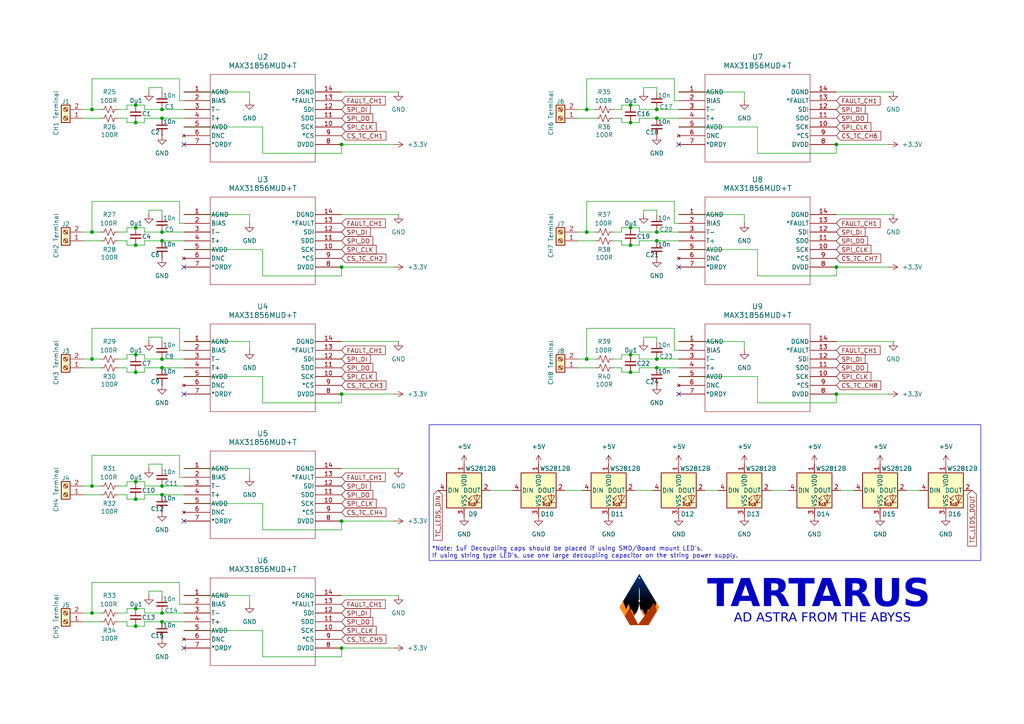
<source format=kicad_sch>
(kicad_sch (version 20231120) (generator "eeschema") (generator_version "8.0")
  (paper "A4")
  (lib_symbols
    (symbol "Connector:Screw_Terminal_01x02" (pin_names (offset 1.016) hide)
      (property "Reference" "J" (at 0 2.54 0))
      (property "Value" "Screw_Terminal_01x02" (at 0 -5.08 0))
      (symbol "Screw_Terminal_01x02_1_1"
        (pin passive line (at -5.08 0 0) (length 3.81) (name "Pin_1") (number "1"))
        (pin passive line (at -5.08 -2.54 0) (length 3.81) (name "Pin_2") (number "2"))
      )
    )
    (symbol "Device:C_Small" (pin_numbers hide) (pin_names (offset 0.254) hide)
      (property "Reference" "C" (at 0.254 1.778 0))
      (property "Value" "C_Small" (at 0.254 -2.032 0))
      (symbol "C_Small_1_1"
        (pin passive line (at 0 2.54 270) (length 2.032) (name "~") (number "1"))
        (pin passive line (at 0 -2.54 90) (length 2.032) (name "~") (number "2"))
      )
    )
    (symbol "Device:R_Small_US" (pin_numbers hide) (pin_names (offset 0.254) hide)
      (property "Reference" "R" (at 0.762 0.508 0))
      (property "Value" "R_Small_US" (at 0.762 -1.016 0))
      (symbol "R_Small_US_1_1"
        (pin passive line (at 0 2.54 270) (length 1.016) (name "~") (number "1"))
        (pin passive line (at 0 -2.54 90) (length 1.016) (name "~") (number "2"))
      )
    )
    (symbol "LED:WS2812B" (pin_names (offset 0.254))
      (property "Reference" "D" (at 5.08 5.715 0))
      (property "Value" "WS2812B" (at 1.27 -5.715 0))
      (symbol "WS2812B_0_0"
        (text "RGB" (at 2.286 -4.191 0) (effects (font (size 0.762 0.762))))
      )
      (symbol "WS2812B_1_1"
        (pin power_in line (at 0 7.62 270) (length 2.54) (name "VDD") (number "1"))
        (pin output line (at 7.62 0 180) (length 2.54) (name "DOUT") (number "2"))
        (pin power_in line (at 0 -7.62 90) (length 2.54) (name "VSS") (number "3"))
        (pin input line (at -7.62 0 0) (length 2.54) (name "DIN") (number "4"))
      )
    )
    (symbol "MAX31856:MAX31856MUD+T" (pin_names (offset 0.254))
      (property "Reference" "U" (at 22.86 10.16 0))
      (property "Value" "MAX31856MUD+T" (at 22.86 7.62 0))
      (symbol "MAX31856MUD+T_0_1"
        (pin power_out line (at 0 0 0) (length 7.62) (name "AGND") (number "1"))
        (pin unspecified line (at 45.72 -10.16 180) (length 7.62) (name "SCK") (number "10"))
        (pin unspecified line (at 45.72 -7.62 180) (length 7.62) (name "SDO") (number "11"))
        (pin unspecified line (at 45.72 -5.08 180) (length 7.62) (name "SDI") (number "12"))
        (pin unspecified line (at 45.72 -2.54 180) (length 7.62) (name "*FAULT") (number "13"))
        (pin power_out line (at 45.72 0 180) (length 7.62) (name "DGND") (number "14"))
        (pin unspecified line (at 0 -2.54 0) (length 7.62) (name "BIAS") (number "2"))
        (pin unspecified line (at 0 -5.08 0) (length 7.62) (name "T-") (number "3"))
        (pin unspecified line (at 0 -7.62 0) (length 7.62) (name "T+") (number "4"))
        (pin power_in line (at 0 -10.16 0) (length 7.62) (name "AVDD") (number "5"))
        (pin no_connect line (at 0 -12.7 0) (length 7.62) (name "DNC") (number "6"))
        (pin unspecified line (at 0 -15.24 0) (length 7.62) (name "*DRDY") (number "7"))
        (pin power_in line (at 45.72 -15.24 180) (length 7.62) (name "DVDD") (number "8"))
        (pin unspecified line (at 45.72 -12.7 180) (length 7.62) (name "*CS") (number "9"))
      )
    )
    (symbol "power:+3.3V" (power) (pin_numbers hide) (pin_names (offset 0) hide)
      (property "Value" "+3.3V" (at 0 3.556 0))
      (symbol "+3.3V_1_1"
        (pin power_in line (at 0 0 90) (length 0) (name "~") (number "1"))
      )
    )
    (symbol "power:+5V" (power) (pin_numbers hide) (pin_names (offset 0) hide)
      (property "Value" "+5V" (at 0 3.556 0))
      (symbol "+5V_1_1"
        (pin power_in line (at 0 0 90) (length 0) (name "~") (number "1"))
      )
    )
    (symbol "power:GND" (power) (pin_numbers hide) (pin_names (offset 0) hide)
      (property "Value" "GND" (at 0 -3.81 0))
      (symbol "GND_1_1"
        (pin power_in line (at 0 0 270) (length 0) (name "~") (number "1"))
      )
    )
  )
  (junction (at 46.99 69.85))
  (junction (at 39.37 30.48))
  (junction (at 190.5 31.75))
  (junction (at 39.37 71.12))
  (junction (at 182.88 71.12))
  (junction (at 190.5 104.14))
  (junction (at 190.5 67.31))
  (junction (at 242.57 77.47))
  (junction (at 39.37 66.04))
  (junction (at 46.99 104.14))
  (junction (at 190.5 69.85))
  (junction (at 190.5 106.68))
  (junction (at 190.5 34.29))
  (junction (at 170.18 67.31))
  (junction (at 46.99 34.29))
  (junction (at 99.06 187.96))
  (junction (at 39.37 102.87))
  (junction (at 26.67 31.75))
  (junction (at 39.37 35.56))
  (junction (at 182.88 102.87))
  (junction (at 39.37 107.95))
  (junction (at 46.99 67.31))
  (junction (at 39.37 144.78))
  (junction (at 170.18 31.75))
  (junction (at 99.06 151.13))
  (junction (at 26.67 140.97))
  (junction (at 99.06 41.91))
  (junction (at 46.99 180.34))
  (junction (at 46.99 177.8))
  (junction (at 182.88 107.95))
  (junction (at 39.37 139.7))
  (junction (at 242.57 114.3))
  (junction (at 182.88 35.56))
  (junction (at 46.99 106.68))
  (junction (at 26.67 177.8))
  (junction (at 39.37 181.61))
  (junction (at 99.06 114.3))
  (junction (at 26.67 104.14))
  (junction (at 39.37 176.53))
  (junction (at 170.18 104.14))
  (junction (at 182.88 66.04))
  (junction (at 46.99 140.97))
  (junction (at 99.06 77.47))
  (junction (at 46.99 143.51))
  (junction (at 46.99 31.75))
  (junction (at 242.57 41.91))
  (junction (at 26.67 67.31))
  (junction (at 182.88 30.48))
  (no_connect (at 53.34 114.3))
  (no_connect (at 196.85 114.3))
  (no_connect (at 53.34 77.47))
  (no_connect (at 53.34 41.91))
  (no_connect (at 53.34 187.96))
  (no_connect (at 53.34 151.13))
  (no_connect (at 196.85 41.91))
  (no_connect (at 196.85 77.47))
  (wire (pts (xy 36.83 181.61) (xy 39.37 181.61)))
  (wire (pts (xy 186.69 60.96) (xy 186.69 62.23)))
  (wire (pts (xy 180.34 106.68) (xy 180.34 107.95)))
  (wire (pts (xy 46.99 60.96) (xy 43.18 60.96)))
  (wire (pts (xy 190.5 69.85) (xy 196.85 69.85)))
  (wire (pts (xy 41.91 106.68) (xy 46.99 106.68)))
  (wire (pts (xy 177.8 34.29) (xy 180.34 34.29)))
  (wire (pts (xy 170.18 58.42) (xy 170.18 67.31)))
  (wire (pts (xy 170.18 31.75) (xy 167.64 31.75)))
  (wire (pts (xy 29.21 180.34) (xy 24.13 180.34)))
  (wire (pts (xy 39.37 181.61) (xy 41.91 181.61)))
  (wire (pts (xy 177.8 104.14) (xy 180.34 104.14)))
  (wire (pts (xy 46.99 69.85) (xy 53.34 69.85)))
  (wire (pts (xy 52.07 175.26) (xy 52.07 168.91)))
  (wire (pts (xy 39.37 71.12) (xy 41.91 71.12)))
  (wire (pts (xy 72.39 172.72) (xy 72.39 175.26)))
  (wire (pts (xy 41.91 102.87) (xy 41.91 104.14)))
  (wire (pts (xy 76.2 80.01) (xy 99.06 80.01)))
  (wire (pts (xy 180.34 69.85) (xy 180.34 71.12)))
  (wire (pts (xy 39.37 102.87) (xy 41.91 102.87)))
  (wire (pts (xy 196.85 29.21) (xy 195.58 29.21)))
  (wire (pts (xy 219.71 72.39) (xy 219.71 80.01)))
  (wire (pts (xy 34.29 34.29) (xy 36.83 34.29)))
  (wire (pts (xy 29.21 177.8) (xy 26.67 177.8)))
  (wire (pts (xy 26.67 177.8) (xy 24.13 177.8)))
  (wire (pts (xy 99.06 153.67) (xy 99.06 151.13)))
  (wire (pts (xy 36.83 177.8) (xy 36.83 176.53)))
  (wire (pts (xy 99.06 77.47) (xy 114.3 77.47)))
  (wire (pts (xy 76.2 109.22) (xy 76.2 116.84)))
  (wire (pts (xy 43.18 60.96) (xy 43.18 62.23)))
  (wire (pts (xy 41.91 139.7) (xy 41.91 140.97)))
  (wire (pts (xy 53.34 99.06) (xy 72.39 99.06)))
  (wire (pts (xy 46.99 104.14) (xy 53.34 104.14)))
  (wire (pts (xy 242.57 77.47) (xy 257.81 77.47)))
  (wire (pts (xy 52.07 168.91) (xy 26.67 168.91)))
  (wire (pts (xy 180.34 34.29) (xy 180.34 35.56)))
  (wire (pts (xy 36.83 69.85) (xy 36.83 71.12)))
  (wire (pts (xy 196.85 109.22) (xy 219.71 109.22)))
  (wire (pts (xy 36.83 143.51) (xy 36.83 144.78)))
  (wire (pts (xy 29.21 34.29) (xy 24.13 34.29)))
  (wire (pts (xy 26.67 31.75) (xy 24.13 31.75)))
  (wire (pts (xy 99.06 99.06) (xy 115.57 99.06)))
  (wire (pts (xy 46.99 135.89) (xy 46.99 134.62)))
  (wire (pts (xy 99.06 116.84) (xy 99.06 114.3)))
  (wire (pts (xy 41.91 71.12) (xy 41.91 69.85)))
  (wire (pts (xy 36.83 139.7) (xy 39.37 139.7)))
  (wire (pts (xy 99.06 80.01) (xy 99.06 77.47)))
  (wire (pts (xy 190.5 67.31) (xy 196.85 67.31)))
  (wire (pts (xy 76.2 153.67) (xy 99.06 153.67)))
  (wire (pts (xy 36.83 176.53) (xy 39.37 176.53)))
  (wire (pts (xy 41.91 177.8) (xy 46.99 177.8)))
  (wire (pts (xy 52.07 58.42) (xy 26.67 58.42)))
  (wire (pts (xy 76.2 72.39) (xy 76.2 80.01)))
  (wire (pts (xy 180.34 30.48) (xy 182.88 30.48)))
  (wire (pts (xy 204.47 142.24) (xy 208.28 142.24)))
  (wire (pts (xy 219.71 109.22) (xy 219.71 116.84)))
  (wire (pts (xy 41.91 104.14) (xy 46.99 104.14)))
  (wire (pts (xy 36.83 140.97) (xy 36.83 139.7)))
  (wire (pts (xy 190.5 62.23) (xy 190.5 60.96)))
  (wire (pts (xy 72.39 62.23) (xy 72.39 64.77)))
  (wire (pts (xy 39.37 35.56) (xy 41.91 35.56)))
  (wire (pts (xy 76.2 44.45) (xy 99.06 44.45)))
  (wire (pts (xy 190.5 26.67) (xy 190.5 25.4)))
  (wire (pts (xy 243.84 142.24) (xy 247.65 142.24)))
  (wire (pts (xy 196.85 26.67) (xy 215.9 26.67)))
  (wire (pts (xy 242.57 114.3) (xy 257.81 114.3)))
  (wire (pts (xy 99.06 41.91) (xy 114.3 41.91)))
  (wire (pts (xy 53.34 175.26) (xy 52.07 175.26)))
  (wire (pts (xy 53.34 146.05) (xy 76.2 146.05)))
  (wire (pts (xy 172.72 34.29) (xy 167.64 34.29)))
  (wire (pts (xy 72.39 26.67) (xy 72.39 29.21)))
  (wire (pts (xy 41.91 30.48) (xy 41.91 31.75)))
  (wire (pts (xy 36.83 67.31) (xy 36.83 66.04)))
  (wire (pts (xy 219.71 36.83) (xy 219.71 44.45)))
  (wire (pts (xy 242.57 116.84) (xy 242.57 114.3)))
  (wire (pts (xy 182.88 71.12) (xy 185.42 71.12)))
  (wire (pts (xy 170.18 95.25) (xy 170.18 104.14)))
  (wire (pts (xy 196.85 101.6) (xy 195.58 101.6)))
  (wire (pts (xy 182.88 30.48) (xy 185.42 30.48)))
  (wire (pts (xy 185.42 102.87) (xy 185.42 104.14)))
  (wire (pts (xy 36.83 144.78) (xy 39.37 144.78)))
  (wire (pts (xy 41.91 181.61) (xy 41.91 180.34)))
  (wire (pts (xy 46.99 143.51) (xy 53.34 143.51)))
  (wire (pts (xy 53.34 29.21) (xy 52.07 29.21)))
  (wire (pts (xy 170.18 22.86) (xy 170.18 31.75)))
  (wire (pts (xy 52.07 64.77) (xy 52.07 58.42)))
  (wire (pts (xy 53.34 26.67) (xy 72.39 26.67)))
  (wire (pts (xy 26.67 104.14) (xy 24.13 104.14)))
  (wire (pts (xy 215.9 99.06) (xy 215.9 101.6)))
  (wire (pts (xy 190.5 99.06) (xy 190.5 97.79)))
  (wire (pts (xy 39.37 176.53) (xy 41.91 176.53)))
  (wire (pts (xy 172.72 106.68) (xy 167.64 106.68)))
  (wire (pts (xy 29.21 104.14) (xy 26.67 104.14)))
  (wire (pts (xy 170.18 67.31) (xy 167.64 67.31)))
  (wire (pts (xy 36.83 104.14) (xy 36.83 102.87)))
  (wire (pts (xy 180.34 31.75) (xy 180.34 30.48)))
  (wire (pts (xy 185.42 35.56) (xy 185.42 34.29)))
  (wire (pts (xy 180.34 66.04) (xy 182.88 66.04)))
  (wire (pts (xy 34.29 31.75) (xy 36.83 31.75)))
  (wire (pts (xy 172.72 31.75) (xy 170.18 31.75)))
  (wire (pts (xy 41.91 66.04) (xy 41.91 67.31)))
  (wire (pts (xy 99.06 190.5) (xy 99.06 187.96)))
  (wire (pts (xy 185.42 107.95) (xy 185.42 106.68)))
  (wire (pts (xy 46.99 99.06) (xy 46.99 97.79)))
  (wire (pts (xy 46.99 140.97) (xy 53.34 140.97)))
  (wire (pts (xy 34.29 140.97) (xy 36.83 140.97)))
  (wire (pts (xy 41.91 143.51) (xy 46.99 143.51)))
  (wire (pts (xy 36.83 35.56) (xy 39.37 35.56)))
  (wire (pts (xy 26.67 168.91) (xy 26.67 177.8)))
  (wire (pts (xy 215.9 26.67) (xy 215.9 29.21)))
  (wire (pts (xy 180.34 102.87) (xy 182.88 102.87)))
  (wire (pts (xy 172.72 67.31) (xy 170.18 67.31)))
  (wire (pts (xy 195.58 58.42) (xy 170.18 58.42)))
  (wire (pts (xy 46.99 97.79) (xy 43.18 97.79)))
  (wire (pts (xy 99.06 62.23) (xy 115.57 62.23)))
  (wire (pts (xy 53.34 72.39) (xy 76.2 72.39)))
  (wire (pts (xy 190.5 106.68) (xy 196.85 106.68)))
  (wire (pts (xy 76.2 146.05) (xy 76.2 153.67)))
  (wire (pts (xy 41.91 176.53) (xy 41.91 177.8)))
  (wire (pts (xy 36.83 30.48) (xy 39.37 30.48)))
  (wire (pts (xy 99.06 114.3) (xy 114.3 114.3)))
  (wire (pts (xy 29.21 31.75) (xy 26.67 31.75)))
  (wire (pts (xy 184.15 142.24) (xy 189.23 142.24)))
  (wire (pts (xy 72.39 99.06) (xy 72.39 101.6)))
  (wire (pts (xy 177.8 106.68) (xy 180.34 106.68)))
  (wire (pts (xy 29.21 143.51) (xy 24.13 143.51)))
  (wire (pts (xy 185.42 67.31) (xy 190.5 67.31)))
  (wire (pts (xy 41.91 35.56) (xy 41.91 34.29)))
  (wire (pts (xy 242.57 26.67) (xy 259.08 26.67)))
  (wire (pts (xy 99.06 151.13) (xy 114.3 151.13)))
  (wire (pts (xy 34.29 67.31) (xy 36.83 67.31)))
  (wire (pts (xy 41.91 69.85) (xy 46.99 69.85)))
  (wire (pts (xy 52.07 22.86) (xy 26.67 22.86)))
  (wire (pts (xy 26.67 67.31) (xy 24.13 67.31)))
  (wire (pts (xy 196.85 36.83) (xy 219.71 36.83)))
  (wire (pts (xy 41.91 31.75) (xy 46.99 31.75)))
  (wire (pts (xy 52.07 138.43) (xy 52.07 132.08)))
  (wire (pts (xy 223.52 142.24) (xy 228.6 142.24)))
  (wire (pts (xy 53.34 135.89) (xy 72.39 135.89)))
  (wire (pts (xy 29.21 140.97) (xy 26.67 140.97)))
  (wire (pts (xy 39.37 144.78) (xy 41.91 144.78)))
  (wire (pts (xy 26.67 22.86) (xy 26.67 31.75)))
  (wire (pts (xy 53.34 109.22) (xy 76.2 109.22)))
  (wire (pts (xy 34.29 180.34) (xy 36.83 180.34)))
  (wire (pts (xy 76.2 36.83) (xy 76.2 44.45)))
  (wire (pts (xy 242.57 99.06) (xy 259.08 99.06)))
  (wire (pts (xy 52.07 101.6) (xy 52.07 95.25)))
  (wire (pts (xy 26.67 58.42) (xy 26.67 67.31)))
  (wire (pts (xy 182.88 35.56) (xy 185.42 35.56)))
  (wire (pts (xy 195.58 101.6) (xy 195.58 95.25)))
  (wire (pts (xy 196.85 99.06) (xy 215.9 99.06)))
  (wire (pts (xy 182.88 66.04) (xy 185.42 66.04)))
  (wire (pts (xy 262.89 142.24) (xy 266.7 142.24)))
  (wire (pts (xy 36.83 107.95) (xy 39.37 107.95)))
  (wire (pts (xy 72.39 135.89) (xy 72.39 138.43)))
  (wire (pts (xy 172.72 104.14) (xy 170.18 104.14)))
  (wire (pts (xy 180.34 71.12) (xy 182.88 71.12)))
  (wire (pts (xy 196.85 72.39) (xy 219.71 72.39)))
  (wire (pts (xy 26.67 95.25) (xy 26.67 104.14)))
  (wire (pts (xy 43.18 134.62) (xy 43.18 135.89)))
  (wire (pts (xy 53.34 62.23) (xy 72.39 62.23)))
  (wire (pts (xy 76.2 190.5) (xy 99.06 190.5)))
  (wire (pts (xy 39.37 66.04) (xy 41.91 66.04)))
  (wire (pts (xy 39.37 30.48) (xy 41.91 30.48)))
  (wire (pts (xy 41.91 67.31) (xy 46.99 67.31)))
  (wire (pts (xy 190.5 31.75) (xy 196.85 31.75)))
  (wire (pts (xy 46.99 62.23) (xy 46.99 60.96)))
  (wire (pts (xy 182.88 107.95) (xy 185.42 107.95)))
  (wire (pts (xy 41.91 107.95) (xy 41.91 106.68)))
  (wire (pts (xy 43.18 171.45) (xy 43.18 172.72)))
  (wire (pts (xy 190.5 25.4) (xy 186.69 25.4)))
  (wire (pts (xy 46.99 134.62) (xy 43.18 134.62)))
  (wire (pts (xy 196.85 64.77) (xy 195.58 64.77)))
  (wire (pts (xy 34.29 104.14) (xy 36.83 104.14)))
  (wire (pts (xy 36.83 34.29) (xy 36.83 35.56)))
  (wire (pts (xy 242.57 44.45) (xy 242.57 41.91)))
  (wire (pts (xy 195.58 95.25) (xy 170.18 95.25)))
  (wire (pts (xy 99.06 187.96) (xy 114.3 187.96)))
  (wire (pts (xy 52.07 29.21) (xy 52.07 22.86)))
  (wire (pts (xy 46.99 171.45) (xy 43.18 171.45)))
  (wire (pts (xy 99.06 172.72) (xy 115.57 172.72)))
  (wire (pts (xy 46.99 25.4) (xy 43.18 25.4)))
  (wire (pts (xy 219.71 44.45) (xy 242.57 44.45)))
  (wire (pts (xy 185.42 66.04) (xy 185.42 67.31)))
  (wire (pts (xy 185.42 34.29) (xy 190.5 34.29)))
  (wire (pts (xy 53.34 64.77) (xy 52.07 64.77)))
  (wire (pts (xy 36.83 180.34) (xy 36.83 181.61)))
  (wire (pts (xy 99.06 26.67) (xy 115.57 26.67)))
  (wire (pts (xy 185.42 106.68) (xy 190.5 106.68)))
  (wire (pts (xy 185.42 30.48) (xy 185.42 31.75)))
  (wire (pts (xy 242.57 80.01) (xy 242.57 77.47)))
  (wire (pts (xy 53.34 138.43) (xy 52.07 138.43)))
  (wire (pts (xy 41.91 180.34) (xy 46.99 180.34)))
  (wire (pts (xy 53.34 36.83) (xy 76.2 36.83)))
  (wire (pts (xy 163.83 142.24) (xy 168.91 142.24)))
  (wire (pts (xy 196.85 62.23) (xy 215.9 62.23)))
  (wire (pts (xy 26.67 132.08) (xy 26.67 140.97)))
  (wire (pts (xy 195.58 29.21) (xy 195.58 22.86)))
  (wire (pts (xy 41.91 140.97) (xy 46.99 140.97)))
  (wire (pts (xy 26.67 140.97) (xy 24.13 140.97)))
  (wire (pts (xy 142.24 142.24) (xy 148.59 142.24)))
  (wire (pts (xy 190.5 97.79) (xy 186.69 97.79)))
  (wire (pts (xy 177.8 69.85) (xy 180.34 69.85)))
  (wire (pts (xy 43.18 97.79) (xy 43.18 99.06)))
  (wire (pts (xy 190.5 60.96) (xy 186.69 60.96)))
  (wire (pts (xy 76.2 182.88) (xy 76.2 190.5)))
  (wire (pts (xy 182.88 102.87) (xy 185.42 102.87)))
  (wire (pts (xy 46.99 177.8) (xy 53.34 177.8)))
  (wire (pts (xy 52.07 132.08) (xy 26.67 132.08)))
  (wire (pts (xy 46.99 106.68) (xy 53.34 106.68)))
  (wire (pts (xy 43.18 25.4) (xy 43.18 26.67)))
  (wire (pts (xy 41.91 144.78) (xy 41.91 143.51)))
  (wire (pts (xy 29.21 67.31) (xy 26.67 67.31)))
  (wire (pts (xy 36.83 31.75) (xy 36.83 30.48)))
  (wire (pts (xy 195.58 22.86) (xy 170.18 22.86)))
  (wire (pts (xy 180.34 107.95) (xy 182.88 107.95)))
  (wire (pts (xy 39.37 139.7) (xy 41.91 139.7)))
  (wire (pts (xy 46.99 180.34) (xy 53.34 180.34)))
  (wire (pts (xy 46.99 26.67) (xy 46.99 25.4)))
  (wire (pts (xy 185.42 71.12) (xy 185.42 69.85)))
  (wire (pts (xy 52.07 95.25) (xy 26.67 95.25)))
  (wire (pts (xy 46.99 31.75) (xy 53.34 31.75)))
  (wire (pts (xy 34.29 177.8) (xy 36.83 177.8)))
  (wire (pts (xy 190.5 104.14) (xy 196.85 104.14)))
  (wire (pts (xy 53.34 182.88) (xy 76.2 182.88)))
  (wire (pts (xy 170.18 104.14) (xy 167.64 104.14)))
  (wire (pts (xy 34.29 69.85) (xy 36.83 69.85)))
  (wire (pts (xy 29.21 69.85) (xy 24.13 69.85)))
  (wire (pts (xy 99.06 135.89) (xy 115.57 135.89)))
  (wire (pts (xy 76.2 116.84) (xy 99.06 116.84)))
  (wire (pts (xy 219.71 80.01) (xy 242.57 80.01)))
  (wire (pts (xy 172.72 69.85) (xy 167.64 69.85)))
  (wire (pts (xy 186.69 97.79) (xy 186.69 99.06)))
  (wire (pts (xy 190.5 34.29) (xy 196.85 34.29)))
  (wire (pts (xy 53.34 101.6) (xy 52.07 101.6)))
  (wire (pts (xy 180.34 67.31) (xy 180.34 66.04)))
  (wire (pts (xy 36.83 102.87) (xy 39.37 102.87)))
  (wire (pts (xy 185.42 31.75) (xy 190.5 31.75)))
  (wire (pts (xy 180.34 35.56) (xy 182.88 35.56)))
  (wire (pts (xy 36.83 71.12) (xy 39.37 71.12)))
  (wire (pts (xy 195.58 64.77) (xy 195.58 58.42)))
  (wire (pts (xy 242.57 62.23) (xy 259.08 62.23)))
  (wire (pts (xy 53.34 172.72) (xy 72.39 172.72)))
  (wire (pts (xy 46.99 172.72) (xy 46.99 171.45)))
  (wire (pts (xy 36.83 66.04) (xy 39.37 66.04)))
  (wire (pts (xy 36.83 106.68) (xy 36.83 107.95)))
  (wire (pts (xy 215.9 62.23) (xy 215.9 64.77)))
  (wire (pts (xy 180.34 104.14) (xy 180.34 102.87)))
  (wire (pts (xy 99.06 44.45) (xy 99.06 41.91)))
  (wire (pts (xy 186.69 25.4) (xy 186.69 26.67)))
  (wire (pts (xy 29.21 106.68) (xy 24.13 106.68)))
  (wire (pts (xy 46.99 67.31) (xy 53.34 67.31)))
  (wire (pts (xy 41.91 34.29) (xy 46.99 34.29)))
  (wire (pts (xy 34.29 143.51) (xy 36.83 143.51)))
  (wire (pts (xy 185.42 104.14) (xy 190.5 104.14)))
  (wire (pts (xy 34.29 106.68) (xy 36.83 106.68)))
  (wire (pts (xy 39.37 107.95) (xy 41.91 107.95)))
  (wire (pts (xy 46.99 34.29) (xy 53.34 34.29)))
  (wire (pts (xy 242.57 41.91) (xy 257.81 41.91)))
  (wire (pts (xy 185.42 69.85) (xy 190.5 69.85)))
  (wire (pts (xy 177.8 67.31) (xy 180.34 67.31)))
  (wire (pts (xy 219.71 116.84) (xy 242.57 116.84)))
  (wire (pts (xy 177.8 31.75) (xy 180.34 31.75)))
  (rectangle (start 124.46 123.19) (end 284.48 162.56))
  (image (at 185.42 175.26) (scale 0.0421478))
  (text "TARTARUS" (at 237.49 174.752 0) (effects (font (size 8 8) (thickness 1.6) (bold yes))))
  (text "AD ASTRA FROM THE ABYSS" (at 238.506 180.086 0) (effects (font (size 2.6 2.6))))
  (text "*Note: 1uF Decoupling caps should be placed if using SMD/Board mount LED's. \nIf using string type LED's, use one large decoupling capacitor on the string power supply." (at 125.222 160.274 0) (effects (font (size 1.27 1.27)) (justify left)))
  (global_label "FAULT_CH1" (shape input) (at 99.06 64.77 0) (property "Intersheetrefs" "${INTERSHEET_REFS}" (effects (hide yes))))
  (global_label "CS_TC_CH3" (shape input) (at 99.06 111.76 0) (property "Intersheetrefs" "${INTERSHEET_REFS}" (effects (hide yes))))
  (global_label "SPI_CLK" (shape input) (at 99.06 182.88 0) (property "Intersheetrefs" "${INTERSHEET_REFS}" (effects (hide yes))))
  (global_label "FAULT_CH1" (shape input) (at 99.06 101.6 0) (property "Intersheetrefs" "${INTERSHEET_REFS}" (effects (hide yes))))
  (global_label "SPI_DO" (shape input) (at 99.06 106.68 0) (property "Intersheetrefs" "${INTERSHEET_REFS}" (effects (hide yes))))
  (global_label "SPI_CLK" (shape input) (at 99.06 146.05 0) (property "Intersheetrefs" "${INTERSHEET_REFS}" (effects (hide yes))))
  (global_label "SPI_DI" (shape input) (at 99.06 177.8 0) (property "Intersheetrefs" "${INTERSHEET_REFS}" (effects (hide yes))))
  (global_label "SPI_DO" (shape input) (at 242.57 34.29 0) (property "Intersheetrefs" "${INTERSHEET_REFS}" (effects (hide yes))))
  (global_label "CS_TC_CH6" (shape input) (at 242.57 39.37 0) (property "Intersheetrefs" "${INTERSHEET_REFS}" (effects (hide yes))))
  (global_label "FAULT_CH1" (shape input) (at 99.06 138.43 0) (property "Intersheetrefs" "${INTERSHEET_REFS}" (effects (hide yes))))
  (global_label "SPI_DI" (shape input) (at 242.57 31.75 0) (property "Intersheetrefs" "${INTERSHEET_REFS}" (effects (hide yes))))
  (global_label "FAULT_CH1" (shape input) (at 99.06 29.21 0) (property "Intersheetrefs" "${INTERSHEET_REFS}" (effects (hide yes))))
  (global_label "CS_TC_CH2" (shape input) (at 99.06 74.93 0) (property "Intersheetrefs" "${INTERSHEET_REFS}" (effects (hide yes))))
  (global_label "FAULT_CH1" (shape input) (at 242.57 64.77 0) (property "Intersheetrefs" "${INTERSHEET_REFS}" (effects (hide yes))))
  (global_label "SPI_DI" (shape input) (at 99.06 140.97 0) (property "Intersheetrefs" "${INTERSHEET_REFS}" (effects (hide yes))))
  (global_label "CS_TC_CH5" (shape input) (at 99.06 185.42 0) (property "Intersheetrefs" "${INTERSHEET_REFS}" (effects (hide yes))))
  (global_label "TC_LEDS_DOUT" (shape input) (at 281.94 142.24 270) (property "Intersheetrefs" "${INTERSHEET_REFS}" (effects (hide yes))))
  (global_label "CS_TC_CH4" (shape input) (at 99.06 148.59 0) (property "Intersheetrefs" "${INTERSHEET_REFS}" (effects (hide yes))))
  (global_label "FAULT_CH1" (shape input) (at 242.57 29.21 0) (property "Intersheetrefs" "${INTERSHEET_REFS}" (effects (hide yes))))
  (global_label "SPI_CLK" (shape input) (at 242.57 36.83 0) (property "Intersheetrefs" "${INTERSHEET_REFS}" (effects (hide yes))))
  (global_label "SPI_CLK" (shape input) (at 99.06 72.39 0) (property "Intersheetrefs" "${INTERSHEET_REFS}" (effects (hide yes))))
  (global_label "SPI_DO" (shape input) (at 99.06 143.51 0) (property "Intersheetrefs" "${INTERSHEET_REFS}" (effects (hide yes))))
  (global_label "SPI_DO" (shape input) (at 242.57 106.68 0) (property "Intersheetrefs" "${INTERSHEET_REFS}" (effects (hide yes))))
  (global_label "SPI_CLK" (shape input) (at 242.57 72.39 0) (property "Intersheetrefs" "${INTERSHEET_REFS}" (effects (hide yes))))
  (global_label "TC_LEDS_DIN" (shape input) (at 127 142.24 270) (property "Intersheetrefs" "${INTERSHEET_REFS}" (effects (hide yes))))
  (global_label "SPI_DI" (shape input) (at 99.06 31.75 0) (property "Intersheetrefs" "${INTERSHEET_REFS}" (effects (hide yes))))
  (global_label "SPI_DO" (shape input) (at 99.06 180.34 0) (property "Intersheetrefs" "${INTERSHEET_REFS}" (effects (hide yes))))
  (global_label "SPI_DI" (shape input) (at 242.57 67.31 0) (property "Intersheetrefs" "${INTERSHEET_REFS}" (effects (hide yes))))
  (global_label "SPI_DI" (shape input) (at 99.06 104.14 0) (property "Intersheetrefs" "${INTERSHEET_REFS}" (effects (hide yes))))
  (global_label "CS_TC_CH7" (shape input) (at 242.57 74.93 0) (property "Intersheetrefs" "${INTERSHEET_REFS}" (effects (hide yes))))
  (global_label "CS_TC_CH1" (shape input) (at 99.06 39.37 0) (property "Intersheetrefs" "${INTERSHEET_REFS}" (effects (hide yes))))
  (global_label "SPI_CLK" (shape input) (at 99.06 109.22 0) (property "Intersheetrefs" "${INTERSHEET_REFS}" (effects (hide yes))))
  (global_label "SPI_DO" (shape input) (at 99.06 69.85 0) (property "Intersheetrefs" "${INTERSHEET_REFS}" (effects (hide yes))))
  (global_label "SPI_CLK" (shape input) (at 99.06 36.83 0) (property "Intersheetrefs" "${INTERSHEET_REFS}" (effects (hide yes))))
  (global_label "CS_TC_CH8" (shape input) (at 242.57 111.76 0) (property "Intersheetrefs" "${INTERSHEET_REFS}" (effects (hide yes))))
  (global_label "SPI_DI" (shape input) (at 99.06 67.31 0) (property "Intersheetrefs" "${INTERSHEET_REFS}" (effects (hide yes))))
  (global_label "SPI_CLK" (shape input) (at 242.57 109.22 0) (property "Intersheetrefs" "${INTERSHEET_REFS}" (effects (hide yes))))
  (global_label "FAULT_CH1" (shape input) (at 99.06 175.26 0) (property "Intersheetrefs" "${INTERSHEET_REFS}" (effects (hide yes))))
  (global_label "SPI_DO" (shape input) (at 242.57 69.85 0) (property "Intersheetrefs" "${INTERSHEET_REFS}" (effects (hide yes))))
  (global_label "SPI_DO" (shape input) (at 99.06 34.29 0) (property "Intersheetrefs" "${INTERSHEET_REFS}" (effects (hide yes))))
  (global_label "FAULT_CH1" (shape input) (at 242.57 101.6 0) (property "Intersheetrefs" "${INTERSHEET_REFS}" (effects (hide yes))))
  (global_label "SPI_DI" (shape input) (at 242.57 104.14 0) (property "Intersheetrefs" "${INTERSHEET_REFS}" (effects (hide yes))))
  (symbol (lib_id "Device:C_Small") (at 46.99 146.05 0) (unit 1)
    (property "Reference" "C12" (at 43.688 147.574 0) (effects (justify left)))
    (property "Value" "10n" (at 47.244 144.526 0) (effects (justify left)))
    (property "Description" "Unpolarized capacitor, small symbol" (effects (hide yes)))
  )
  (symbol (lib_id "Device:C_Small") (at 46.99 29.21 0) (unit 1)
    (property "Reference" "C3" (at 47.752 30.988 0) (effects (justify left)))
    (property "Value" "10n" (at 47.244 27.686 0) (effects (justify left)))
    (property "Description" "Unpolarized capacitor, small symbol" (effects (hide yes)))
  )
  (symbol (lib_id "power:+3.3V") (at 114.3 187.96 270) (unit 1)
    (property "Reference" "#PWR056" (effects (hide yes)))
    (property "Value" "+3.3V" (at 118.11 187.9599 90) (effects (justify left)))
    (property "Description" "Power symbol creates a global label with name \"+3.3V\"" (effects (hide yes)))
  )
  (symbol (lib_id "MAX31856:MAX31856MUD+T") (at 53.34 62.23 0) (unit 1)
    (property "Reference" "U3" (at 76.2 52.07 0) (effects (font (size 1.524 1.524))))
    (property "Value" "MAX31856MUD+T" (at 76.2 54.61 0) (effects (font (size 1.524 1.524))))
    (property "Footprint" "21-0066J_14_MXM" (effects (hide yes)))
    (property "Datasheet" "MAX31856MUD+T" (effects (hide yes)))
  )
  (symbol (lib_id "Device:C_Small") (at 46.99 36.83 0) (unit 1)
    (property "Reference" "C2" (at 43.688 38.354 0) (effects (justify left)))
    (property "Value" "10n" (at 47.244 35.306 0) (effects (justify left)))
    (property "Description" "Unpolarized capacitor, small symbol" (effects (hide yes)))
  )
  (symbol (lib_id "power:GND") (at 215.9 64.77 0) (unit 1)
    (property "Reference" "#PWR065" (effects (hide yes)))
    (property "Value" "GND" (at 215.9 69.85 0))
    (property "Description" "Power symbol creates a global label with name \"GND\" , ground" (effects (hide yes)))
  )
  (symbol (lib_id "power:GND") (at 215.9 29.21 0) (unit 1)
    (property "Reference" "#PWR060" (effects (hide yes)))
    (property "Value" "GND" (at 215.9 34.29 0))
    (property "Description" "Power symbol creates a global label with name \"GND\" , ground" (effects (hide yes)))
  )
  (symbol (lib_id "power:GND") (at 46.99 39.37 0) (unit 1)
    (property "Reference" "#PWR033" (effects (hide yes)))
    (property "Value" "GND" (at 46.99 44.45 0))
    (property "Description" "Power symbol creates a global label with name \"GND\" , ground" (effects (hide yes)))
  )
  (symbol (lib_id "LED:WS2812B") (at 176.53 142.24 0) (unit 1)
    (property "Reference" "D11" (at 179.07 149.098 0))
    (property "Value" "WS2812B" (at 181.356 135.89 0))
    (property "Footprint" "LED_SMD:LED_WS2812B_PLCC4_5.0x5.0mm_P3.2mm" (effects (hide yes)))
    (property "Datasheet" "https://cdn-shop.adafruit.com/datasheets/WS2812B.pdf" (effects (hide yes)))
    (property "Description" "RGB LED with integrated controller" (effects (hide yes)))
  )
  (symbol (lib_id "power:+5V") (at 236.22 134.62 0) (unit 1)
    (property "Reference" "#PWR083" (effects (hide yes)))
    (property "Value" "+5V" (at 236.22 129.54 0))
    (property "Description" "Power symbol creates a global label with name \"+5V\"" (effects (hide yes)))
  )
  (symbol (lib_id "power:+3.3V") (at 114.3 114.3 270) (unit 1)
    (property "Reference" "#PWR046" (effects (hide yes)))
    (property "Value" "+3.3V" (at 118.11 114.2999 90) (effects (justify left)))
    (property "Description" "Power symbol creates a global label with name \"+3.3V\"" (effects (hide yes)))
  )
  (symbol (lib_id "power:+5V") (at 134.62 134.62 0) (unit 1)
    (property "Reference" "#PWR073" (effects (hide yes)))
    (property "Value" "+5V" (at 134.62 129.54 0))
    (property "Description" "Power symbol creates a global label with name \"+5V\"" (effects (hide yes)))
  )
  (symbol (lib_id "Connector:Screw_Terminal_01x02") (at 19.05 143.51 180) (unit 1)
    (property "Reference" "J4" (at 19.05 138.684 0))
    (property "Value" "CH4 Terminal" (at 16.256 141.986 90))
    (property "Description" "Generic screw terminal, single row, 01x02, script generated (kicad-library-utils/schlib/autogen/connector/)" (effects (hide yes)))
  )
  (symbol (lib_id "Device:C_Small") (at 190.5 36.83 0) (unit 1)
    (property "Reference" "C18" (at 187.198 38.354 0) (effects (justify left)))
    (property "Value" "10n" (at 190.754 35.306 0) (effects (justify left)))
    (property "Description" "Unpolarized capacitor, small symbol" (effects (hide yes)))
  )
  (symbol (lib_id "MAX31856:MAX31856MUD+T") (at 196.85 62.23 0) (unit 1)
    (property "Reference" "U8" (at 219.71 52.07 0) (effects (font (size 1.524 1.524))))
    (property "Value" "MAX31856MUD+T" (at 219.71 54.61 0) (effects (font (size 1.524 1.524))))
    (property "Footprint" "21-0066J_14_MXM" (effects (hide yes)))
    (property "Datasheet" "MAX31856MUD+T" (effects (hide yes)))
  )
  (symbol (lib_id "power:GND") (at 156.21 149.86 0) (unit 1)
    (property "Reference" "#PWR076" (effects (hide yes)))
    (property "Value" "GND" (at 156.21 154.94 0))
    (property "Description" "Power symbol creates a global label with name \"GND\" , ground" (effects (hide yes)))
  )
  (symbol (lib_id "Device:R_Small_US") (at 31.75 31.75 90) (unit 1)
    (property "Reference" "R25" (at 31.75 26.67 90))
    (property "Value" "100R" (at 31.496 29.21 90))
    (property "Description" "Resistor, small US symbol" (effects (hide yes)))
  )
  (symbol (lib_id "power:GND") (at 115.57 62.23 0) (unit 1)
    (property "Reference" "#PWR041" (effects (hide yes)))
    (property "Value" "GND" (at 115.57 67.31 0))
    (property "Description" "Power symbol creates a global label with name \"GND\" , ground" (effects (hide yes)))
  )
  (symbol (lib_id "Device:R_Small_US") (at 31.75 140.97 90) (unit 1)
    (property "Reference" "R31" (at 31.75 135.89 90))
    (property "Value" "100R" (at 31.496 138.43 90))
    (property "Description" "Resistor, small US symbol" (effects (hide yes)))
  )
  (symbol (lib_id "Device:C_Small") (at 46.99 72.39 0) (unit 1)
    (property "Reference" "C6" (at 43.688 73.914 0) (effects (justify left)))
    (property "Value" "10n" (at 47.244 70.866 0) (effects (justify left)))
    (property "Description" "Unpolarized capacitor, small symbol" (effects (hide yes)))
  )
  (symbol (lib_id "LED:WS2812B") (at 255.27 142.24 0) (unit 1)
    (property "Reference" "D15" (at 257.81 149.098 0))
    (property "Value" "WS2812B" (at 260.096 135.89 0))
    (property "Footprint" "LED_SMD:LED_WS2812B_PLCC4_5.0x5.0mm_P3.2mm" (effects (hide yes)))
    (property "Datasheet" "https://cdn-shop.adafruit.com/datasheets/WS2812B.pdf" (effects (hide yes)))
    (property "Description" "RGB LED with integrated controller" (effects (hide yes)))
  )
  (symbol (lib_id "Device:C_Small") (at 190.5 29.21 0) (unit 1)
    (property "Reference" "C17" (at 191.262 30.988 0) (effects (justify left)))
    (property "Value" "10n" (at 190.754 27.686 0) (effects (justify left)))
    (property "Description" "Unpolarized capacitor, small symbol" (effects (hide yes)))
  )
  (symbol (lib_id "LED:WS2812B") (at 274.32 142.24 0) (unit 1)
    (property "Reference" "D16" (at 276.86 149.098 0))
    (property "Value" "WS2812B" (at 279.146 135.89 0))
    (property "Footprint" "LED_SMD:LED_WS2812B_PLCC4_5.0x5.0mm_P3.2mm" (effects (hide yes)))
    (property "Datasheet" "https://cdn-shop.adafruit.com/datasheets/WS2812B.pdf" (effects (hide yes)))
    (property "Description" "RGB LED with integrated controller" (effects (hide yes)))
  )
  (symbol (lib_id "power:GND") (at 43.18 135.89 0) (unit 1)
    (property "Reference" "#PWR048" (effects (hide yes)))
    (property "Value" "GND" (effects (hide yes)))
    (property "Description" "Power symbol creates a global label with name \"GND\" , ground" (effects (hide yes)))
  )
  (symbol (lib_id "Device:C_Small") (at 39.37 142.24 0) (unit 1)
    (property "Reference" "C10" (at 41.148 142.24 0) (effects (justify left)))
    (property "Value" "0u1" (at 37.592 138.43 0) (effects (justify left)))
    (property "Description" "Unpolarized capacitor, small symbol" (effects (hide yes)))
  )
  (symbol (lib_id "power:GND") (at 190.5 39.37 0) (unit 1)
    (property "Reference" "#PWR059" (effects (hide yes)))
    (property "Value" "GND" (at 190.5 44.45 0))
    (property "Description" "Power symbol creates a global label with name \"GND\" , ground" (effects (hide yes)))
  )
  (symbol (lib_id "Device:R_Small_US") (at 31.75 180.34 90) (unit 1)
    (property "Reference" "R34" (at 31.75 182.88 90))
    (property "Value" "100R" (at 31.75 185.166 90))
    (property "Description" "Resistor, small US symbol" (effects (hide yes)))
  )
  (symbol (lib_id "power:GND") (at 190.5 111.76 0) (unit 1)
    (property "Reference" "#PWR069" (effects (hide yes)))
    (property "Value" "GND" (at 190.5 116.84 0))
    (property "Description" "Power symbol creates a global label with name \"GND\" , ground" (effects (hide yes)))
  )
  (symbol (lib_id "Device:R_Small_US") (at 175.26 31.75 90) (unit 1)
    (property "Reference" "R35" (at 175.26 26.67 90))
    (property "Value" "100R" (at 175.006 29.21 90))
    (property "Description" "Resistor, small US symbol" (effects (hide yes)))
  )
  (symbol (lib_id "LED:WS2812B") (at 134.62 142.24 0) (unit 1)
    (property "Reference" "D9" (at 137.16 149.098 0))
    (property "Value" "WS2812B" (at 139.446 135.89 0))
    (property "Footprint" "LED_SMD:LED_WS2812B_PLCC4_5.0x5.0mm_P3.2mm" (effects (hide yes)))
    (property "Datasheet" "https://cdn-shop.adafruit.com/datasheets/WS2812B.pdf" (effects (hide yes)))
    (property "Description" "RGB LED with integrated controller" (effects (hide yes)))
  )
  (symbol (lib_id "power:+3.3V") (at 257.81 77.47 270) (unit 1)
    (property "Reference" "#PWR066" (effects (hide yes)))
    (property "Value" "+3.3V" (at 261.62 77.4699 90) (effects (justify left)))
    (property "Description" "Power symbol creates a global label with name \"+3.3V\"" (effects (hide yes)))
  )
  (symbol (lib_id "Device:C_Small") (at 182.88 68.58 0) (unit 1)
    (property "Reference" "C19" (at 184.658 68.58 0) (effects (justify left)))
    (property "Value" "0u1" (at 181.102 64.77 0) (effects (justify left)))
    (property "Description" "Unpolarized capacitor, small symbol" (effects (hide yes)))
  )
  (symbol (lib_id "Connector:Screw_Terminal_01x02") (at 162.56 69.85 180) (unit 1)
    (property "Reference" "J7" (at 162.56 65.024 0))
    (property "Value" "CH7 Terminal" (at 159.766 68.326 90))
    (property "Description" "Generic screw terminal, single row, 01x02, script generated (kicad-library-utils/schlib/autogen/connector/)" (effects (hide yes)))
  )
  (symbol (lib_id "power:+5V") (at 255.27 134.62 0) (unit 1)
    (property "Reference" "#PWR087" (effects (hide yes)))
    (property "Value" "+5V" (at 255.27 129.54 0))
    (property "Description" "Power symbol creates a global label with name \"+5V\"" (effects (hide yes)))
  )
  (symbol (lib_id "power:GND") (at 259.08 62.23 0) (unit 1)
    (property "Reference" "#PWR067" (effects (hide yes)))
    (property "Value" "GND" (at 259.08 67.31 0))
    (property "Description" "Power symbol creates a global label with name \"GND\" , ground" (effects (hide yes)))
  )
  (symbol (lib_id "MAX31856:MAX31856MUD+T") (at 53.34 172.72 0) (unit 1)
    (property "Reference" "U6" (at 76.2 162.56 0) (effects (font (size 1.524 1.524))))
    (property "Value" "MAX31856MUD+T" (at 76.2 165.1 0) (effects (font (size 1.524 1.524))))
    (property "Footprint" "21-0066J_14_MXM" (effects (hide yes)))
    (property "Datasheet" "MAX31856MUD+T" (effects (hide yes)))
  )
  (symbol (lib_id "Connector:Screw_Terminal_01x02") (at 19.05 69.85 180) (unit 1)
    (property "Reference" "J2" (at 19.05 65.024 0))
    (property "Value" "CH2 Terminal" (at 16.256 68.326 90))
    (property "Description" "Generic screw terminal, single row, 01x02, script generated (kicad-library-utils/schlib/autogen/connector/)" (effects (hide yes)))
  )
  (symbol (lib_id "power:+3.3V") (at 257.81 41.91 270) (unit 1)
    (property "Reference" "#PWR061" (effects (hide yes)))
    (property "Value" "+3.3V" (at 261.62 41.9099 90) (effects (justify left)))
    (property "Description" "Power symbol creates a global label with name \"+3.3V\"" (effects (hide yes)))
  )
  (symbol (lib_id "Device:R_Small_US") (at 175.26 34.29 90) (unit 1)
    (property "Reference" "R36" (at 175.26 36.83 90))
    (property "Value" "100R" (at 175.26 39.116 90))
    (property "Description" "Resistor, small US symbol" (effects (hide yes)))
  )
  (symbol (lib_id "Device:R_Small_US") (at 31.75 34.29 90) (unit 1)
    (property "Reference" "R26" (at 31.75 36.83 90))
    (property "Value" "100R" (at 31.75 39.116 90))
    (property "Description" "Resistor, small US symbol" (effects (hide yes)))
  )
  (symbol (lib_id "MAX31856:MAX31856MUD+T") (at 53.34 135.89 0) (unit 1)
    (property "Reference" "U5" (at 76.2 125.73 0) (effects (font (size 1.524 1.524))))
    (property "Value" "MAX31856MUD+T" (at 76.2 128.27 0) (effects (font (size 1.524 1.524))))
    (property "Footprint" "21-0066J_14_MXM" (effects (hide yes)))
    (property "Datasheet" "MAX31856MUD+T" (effects (hide yes)))
  )
  (symbol (lib_id "Connector:Screw_Terminal_01x02") (at 162.56 106.68 180) (unit 1)
    (property "Reference" "J8" (at 162.56 101.854 0))
    (property "Value" "CH8 Terminal" (at 159.766 105.156 90))
    (property "Description" "Generic screw terminal, single row, 01x02, script generated (kicad-library-utils/schlib/autogen/connector/)" (effects (hide yes)))
  )
  (symbol (lib_id "Device:C_Small") (at 46.99 175.26 0) (unit 1)
    (property "Reference" "C14" (at 47.752 177.038 0) (effects (justify left)))
    (property "Value" "10n" (at 47.244 173.736 0) (effects (justify left)))
    (property "Description" "Unpolarized capacitor, small symbol" (effects (hide yes)))
  )
  (symbol (lib_id "power:+3.3V") (at 114.3 77.47 270) (unit 1)
    (property "Reference" "#PWR040" (effects (hide yes)))
    (property "Value" "+3.3V" (at 118.11 77.4699 90) (effects (justify left)))
    (property "Description" "Power symbol creates a global label with name \"+3.3V\"" (effects (hide yes)))
  )
  (symbol (lib_id "power:GND") (at 259.08 99.06 0) (unit 1)
    (property "Reference" "#PWR072" (effects (hide yes)))
    (property "Value" "GND" (at 259.08 104.14 0))
    (property "Description" "Power symbol creates a global label with name \"GND\" , ground" (effects (hide yes)))
  )
  (symbol (lib_id "power:+3.3V") (at 257.81 114.3 270) (unit 1)
    (property "Reference" "#PWR071" (effects (hide yes)))
    (property "Value" "+3.3V" (at 261.62 114.2999 90) (effects (justify left)))
    (property "Description" "Power symbol creates a global label with name \"+3.3V\"" (effects (hide yes)))
  )
  (symbol (lib_id "power:GND") (at 134.62 149.86 0) (unit 1)
    (property "Reference" "#PWR074" (effects (hide yes)))
    (property "Value" "GND" (at 134.62 154.94 0))
    (property "Description" "Power symbol creates a global label with name \"GND\" , ground" (effects (hide yes)))
  )
  (symbol (lib_id "Device:C_Small") (at 190.5 72.39 0) (unit 1)
    (property "Reference" "C21" (at 187.198 73.914 0) (effects (justify left)))
    (property "Value" "10n" (at 190.754 70.866 0) (effects (justify left)))
    (property "Description" "Unpolarized capacitor, small symbol" (effects (hide yes)))
  )
  (symbol (lib_id "power:GND") (at 72.39 29.21 0) (unit 1)
    (property "Reference" "#PWR035" (effects (hide yes)))
    (property "Value" "GND" (at 72.39 34.29 0))
    (property "Description" "Power symbol creates a global label with name \"GND\" , ground" (effects (hide yes)))
  )
  (symbol (lib_id "power:GND") (at 186.69 99.06 0) (unit 1)
    (property "Reference" "#PWR068" (effects (hide yes)))
    (property "Value" "GND" (effects (hide yes)))
    (property "Description" "Power symbol creates a global label with name \"GND\" , ground" (effects (hide yes)))
  )
  (symbol (lib_id "power:+3.3V") (at 114.3 151.13 270) (unit 1)
    (property "Reference" "#PWR051" (effects (hide yes)))
    (property "Value" "+3.3V" (at 118.11 151.1299 90) (effects (justify left)))
    (property "Description" "Power symbol creates a global label with name \"+3.3V\"" (effects (hide yes)))
  )
  (symbol (lib_id "Device:R_Small_US") (at 175.26 69.85 90) (unit 1)
    (property "Reference" "R38" (at 175.26 72.39 90))
    (property "Value" "100R" (at 175.26 74.676 90))
    (property "Description" "Resistor, small US symbol" (effects (hide yes)))
  )
  (symbol (lib_id "MAX31856:MAX31856MUD+T") (at 196.85 99.06 0) (unit 1)
    (property "Reference" "U9" (at 219.71 88.9 0) (effects (font (size 1.524 1.524))))
    (property "Value" "MAX31856MUD+T" (at 219.71 91.44 0) (effects (font (size 1.524 1.524))))
    (property "Footprint" "21-0066J_14_MXM" (effects (hide yes)))
    (property "Datasheet" "MAX31856MUD+T" (effects (hide yes)))
  )
  (symbol (lib_id "Device:C_Small") (at 190.5 64.77 0) (unit 1)
    (property "Reference" "C20" (at 191.262 66.548 0) (effects (justify left)))
    (property "Value" "10n" (at 190.754 63.246 0) (effects (justify left)))
    (property "Description" "Unpolarized capacitor, small symbol" (effects (hide yes)))
  )
  (symbol (lib_id "power:GND") (at 115.57 26.67 0) (unit 1)
    (property "Reference" "#PWR025" (effects (hide yes)))
    (property "Value" "GND" (at 115.57 31.75 0))
    (property "Description" "Power symbol creates a global label with name \"GND\" , ground" (effects (hide yes)))
  )
  (symbol (lib_id "power:+5V") (at 176.53 134.62 0) (unit 1)
    (property "Reference" "#PWR077" (effects (hide yes)))
    (property "Value" "+5V" (at 176.53 129.54 0))
    (property "Description" "Power symbol creates a global label with name \"+5V\"" (effects (hide yes)))
  )
  (symbol (lib_id "Device:R_Small_US") (at 31.75 143.51 90) (unit 1)
    (property "Reference" "R32" (at 31.75 146.05 90))
    (property "Value" "100R" (at 31.75 148.336 90))
    (property "Description" "Resistor, small US symbol" (effects (hide yes)))
  )
  (symbol (lib_id "MAX31856:MAX31856MUD+T") (at 196.85 26.67 0) (unit 1)
    (property "Reference" "U7" (at 219.71 16.51 0) (effects (font (size 1.524 1.524))))
    (property "Value" "MAX31856MUD+T" (at 219.71 19.05 0) (effects (font (size 1.524 1.524))))
    (property "Footprint" "21-0066J_14_MXM" (effects (hide yes)))
    (property "Datasheet" "MAX31856MUD+T" (effects (hide yes)))
  )
  (symbol (lib_id "power:GND") (at 190.5 74.93 0) (unit 1)
    (property "Reference" "#PWR064" (effects (hide yes)))
    (property "Value" "GND" (at 190.5 80.01 0))
    (property "Description" "Power symbol creates a global label with name \"GND\" , ground" (effects (hide yes)))
  )
  (symbol (lib_id "Connector:Screw_Terminal_01x02") (at 19.05 106.68 180) (unit 1)
    (property "Reference" "J3" (at 19.05 101.854 0))
    (property "Value" "CH3 Terminal" (at 16.256 105.156 90))
    (property "Description" "Generic screw terminal, single row, 01x02, script generated (kicad-library-utils/schlib/autogen/connector/)" (effects (hide yes)))
  )
  (symbol (lib_id "Device:R_Small_US") (at 175.26 106.68 90) (unit 1)
    (property "Reference" "R40" (at 175.26 109.22 90))
    (property "Value" "100R" (at 175.26 111.506 90))
    (property "Description" "Resistor, small US symbol" (effects (hide yes)))
  )
  (symbol (lib_id "Connector:Screw_Terminal_01x02") (at 19.05 34.29 180) (unit 1)
    (property "Reference" "J1" (at 19.05 29.464 0))
    (property "Value" "CH1 Terminal" (at 16.256 32.766 90))
    (property "Description" "Generic screw terminal, single row, 01x02, script generated (kicad-library-utils/schlib/autogen/connector/)" (effects (hide yes)))
  )
  (symbol (lib_id "power:GND") (at 274.32 149.86 0) (unit 1)
    (property "Reference" "#PWR086" (effects (hide yes)))
    (property "Value" "GND" (at 274.32 154.94 0))
    (property "Description" "Power symbol creates a global label with name \"GND\" , ground" (effects (hide yes)))
  )
  (symbol (lib_id "Connector:Screw_Terminal_01x02") (at 162.56 34.29 180) (unit 1)
    (property "Reference" "J6" (at 162.56 29.464 0))
    (property "Value" "CH6 Terminal" (at 159.766 32.766 90))
    (property "Description" "Generic screw terminal, single row, 01x02, script generated (kicad-library-utils/schlib/autogen/connector/)" (effects (hide yes)))
  )
  (symbol (lib_id "MAX31856:MAX31856MUD+T") (at 53.34 26.67 0) (unit 1)
    (property "Reference" "U2" (at 76.2 16.51 0) (effects (font (size 1.524 1.524))))
    (property "Value" "MAX31856MUD+T" (at 76.2 19.05 0) (effects (font (size 1.524 1.524))))
    (property "Footprint" "21-0066J_14_MXM" (effects (hide yes)))
    (property "Datasheet" "MAX31856MUD+T" (effects (hide yes)))
  )
  (symbol (lib_id "Device:C_Small") (at 39.37 179.07 0) (unit 1)
    (property "Reference" "C13" (at 41.148 179.07 0) (effects (justify left)))
    (property "Value" "0u1" (at 37.592 175.26 0) (effects (justify left)))
    (property "Description" "Unpolarized capacitor, small symbol" (effects (hide yes)))
  )
  (symbol (lib_id "Device:R_Small_US") (at 31.75 67.31 90) (unit 1)
    (property "Reference" "R27" (at 31.75 62.23 90))
    (property "Value" "100R" (at 31.496 64.77 90))
    (property "Description" "Resistor, small US symbol" (effects (hide yes)))
  )
  (symbol (lib_id "Device:R_Small_US") (at 175.26 104.14 90) (unit 1)
    (property "Reference" "R39" (at 175.26 99.06 90))
    (property "Value" "100R" (at 175.006 101.6 90))
    (property "Description" "Resistor, small US symbol" (effects (hide yes)))
  )
  (symbol (lib_id "Device:C_Small") (at 46.99 138.43 0) (unit 1)
    (property "Reference" "C11" (at 47.752 140.208 0) (effects (justify left)))
    (property "Value" "10n" (at 47.244 136.906 0) (effects (justify left)))
    (property "Description" "Unpolarized capacitor, small symbol" (effects (hide yes)))
  )
  (symbol (lib_id "Device:C_Small") (at 46.99 109.22 0) (unit 1)
    (property "Reference" "C9" (at 43.688 110.744 0) (effects (justify left)))
    (property "Value" "10n" (at 47.244 107.696 0) (effects (justify left)))
    (property "Description" "Unpolarized capacitor, small symbol" (effects (hide yes)))
  )
  (symbol (lib_id "power:GND") (at 72.39 64.77 0) (unit 1)
    (property "Reference" "#PWR039" (effects (hide yes)))
    (property "Value" "GND" (at 72.39 69.85 0))
    (property "Description" "Power symbol creates a global label with name \"GND\" , ground" (effects (hide yes)))
  )
  (symbol (lib_id "Device:C_Small") (at 190.5 109.22 0) (unit 1)
    (property "Reference" "C24" (at 187.198 110.744 0) (effects (justify left)))
    (property "Value" "10n" (at 190.754 107.696 0) (effects (justify left)))
    (property "Description" "Unpolarized capacitor, small symbol" (effects (hide yes)))
  )
  (symbol (lib_id "LED:WS2812B") (at 156.21 142.24 0) (unit 1)
    (property "Reference" "D10" (at 158.75 149.098 0))
    (property "Value" "WS2812B" (at 161.036 135.89 0))
    (property "Footprint" "LED_SMD:LED_WS2812B_PLCC4_5.0x5.0mm_P3.2mm" (effects (hide yes)))
    (property "Datasheet" "https://cdn-shop.adafruit.com/datasheets/WS2812B.pdf" (effects (hide yes)))
    (property "Description" "RGB LED with integrated controller" (effects (hide yes)))
  )
  (symbol (lib_id "Device:R_Small_US") (at 31.75 69.85 90) (unit 1)
    (property "Reference" "R28" (at 31.75 72.39 90))
    (property "Value" "100R" (at 31.75 74.676 90))
    (property "Description" "Resistor, small US symbol" (effects (hide yes)))
  )
  (symbol (lib_id "power:GND") (at 43.18 99.06 0) (unit 1)
    (property "Reference" "#PWR042" (effects (hide yes)))
    (property "Value" "GND" (effects (hide yes)))
    (property "Description" "Power symbol creates a global label with name \"GND\" , ground" (effects (hide yes)))
  )
  (symbol (lib_id "Device:C_Small") (at 182.88 105.41 0) (unit 1)
    (property "Reference" "C22" (at 184.658 105.41 0) (effects (justify left)))
    (property "Value" "0u1" (at 181.102 101.6 0) (effects (justify left)))
    (property "Description" "Unpolarized capacitor, small symbol" (effects (hide yes)))
  )
  (symbol (lib_id "Device:C_Small") (at 46.99 64.77 0) (unit 1)
    (property "Reference" "C5" (at 47.752 66.548 0) (effects (justify left)))
    (property "Value" "10n" (at 47.244 63.246 0) (effects (justify left)))
    (property "Description" "Unpolarized capacitor, small symbol" (effects (hide yes)))
  )
  (symbol (lib_id "power:GND") (at 72.39 138.43 0) (unit 1)
    (property "Reference" "#PWR050" (effects (hide yes)))
    (property "Value" "GND" (at 72.39 143.51 0))
    (property "Description" "Power symbol creates a global label with name \"GND\" , ground" (effects (hide yes)))
  )
  (symbol (lib_id "power:GND") (at 46.99 111.76 0) (unit 1)
    (property "Reference" "#PWR043" (effects (hide yes)))
    (property "Value" "GND" (at 46.99 116.84 0))
    (property "Description" "Power symbol creates a global label with name \"GND\" , ground" (effects (hide yes)))
  )
  (symbol (lib_id "power:+5V") (at 196.85 134.62 0) (unit 1)
    (property "Reference" "#PWR079" (effects (hide yes)))
    (property "Value" "+5V" (at 196.85 129.54 0))
    (property "Description" "Power symbol creates a global label with name \"+5V\"" (effects (hide yes)))
  )
  (symbol (lib_id "power:GND") (at 46.99 185.42 0) (unit 1)
    (property "Reference" "#PWR054" (effects (hide yes)))
    (property "Value" "GND" (at 46.99 190.5 0))
    (property "Description" "Power symbol creates a global label with name \"GND\" , ground" (effects (hide yes)))
  )
  (symbol (lib_id "power:GND") (at 72.39 175.26 0) (unit 1)
    (property "Reference" "#PWR055" (effects (hide yes)))
    (property "Value" "GND" (at 72.39 180.34 0))
    (property "Description" "Power symbol creates a global label with name \"GND\" , ground" (effects (hide yes)))
  )
  (symbol (lib_id "power:GND") (at 259.08 26.67 0) (unit 1)
    (property "Reference" "#PWR062" (effects (hide yes)))
    (property "Value" "GND" (at 259.08 31.75 0))
    (property "Description" "Power symbol creates a global label with name \"GND\" , ground" (effects (hide yes)))
  )
  (symbol (lib_id "power:GND") (at 215.9 101.6 0) (unit 1)
    (property "Reference" "#PWR070" (effects (hide yes)))
    (property "Value" "GND" (at 215.9 106.68 0))
    (property "Description" "Power symbol creates a global label with name \"GND\" , ground" (effects (hide yes)))
  )
  (symbol (lib_id "power:GND") (at 72.39 101.6 0) (unit 1)
    (property "Reference" "#PWR045" (effects (hide yes)))
    (property "Value" "GND" (at 72.39 106.68 0))
    (property "Description" "Power symbol creates a global label with name \"GND\" , ground" (effects (hide yes)))
  )
  (symbol (lib_id "power:GND") (at 115.57 135.89 0) (unit 1)
    (property "Reference" "#PWR052" (effects (hide yes)))
    (property "Value" "GND" (at 115.57 140.97 0))
    (property "Description" "Power symbol creates a global label with name \"GND\" , ground" (effects (hide yes)))
  )
  (symbol (lib_id "power:GND") (at 43.18 172.72 0) (unit 1)
    (property "Reference" "#PWR053" (effects (hide yes)))
    (property "Value" "GND" (effects (hide yes)))
    (property "Description" "Power symbol creates a global label with name \"GND\" , ground" (effects (hide yes)))
  )
  (symbol (lib_id "power:GND") (at 115.57 172.72 0) (unit 1)
    (property "Reference" "#PWR057" (effects (hide yes)))
    (property "Value" "GND" (at 115.57 177.8 0))
    (property "Description" "Power symbol creates a global label with name \"GND\" , ground" (effects (hide yes)))
  )
  (symbol (lib_id "LED:WS2812B") (at 236.22 142.24 0) (unit 1)
    (property "Reference" "D14" (at 238.76 149.098 0))
    (property "Value" "WS2812B" (at 241.046 135.89 0))
    (property "Footprint" "LED_SMD:LED_WS2812B_PLCC4_5.0x5.0mm_P3.2mm" (effects (hide yes)))
    (property "Datasheet" "https://cdn-shop.adafruit.com/datasheets/WS2812B.pdf" (effects (hide yes)))
    (property "Description" "RGB LED with integrated controller" (effects (hide yes)))
  )
  (symbol (lib_id "power:+3.3V") (at 114.3 41.91 270) (unit 1)
    (property "Reference" "#PWR036" (effects (hide yes)))
    (property "Value" "+3.3V" (at 118.11 41.9099 90) (effects (justify left)))
    (property "Description" "Power symbol creates a global label with name \"+3.3V\"" (effects (hide yes)))
  )
  (symbol (lib_id "Device:C_Small") (at 46.99 101.6 0) (unit 1)
    (property "Reference" "C8" (at 47.752 103.378 0) (effects (justify left)))
    (property "Value" "10n" (at 47.244 100.076 0) (effects (justify left)))
    (property "Description" "Unpolarized capacitor, small symbol" (effects (hide yes)))
  )
  (symbol (lib_id "power:GND") (at 176.53 149.86 0) (unit 1)
    (property "Reference" "#PWR078" (effects (hide yes)))
    (property "Value" "GND" (at 176.53 154.94 0))
    (property "Description" "Power symbol creates a global label with name \"GND\" , ground" (effects (hide yes)))
  )
  (symbol (lib_id "MAX31856:MAX31856MUD+T") (at 53.34 99.06 0) (unit 1)
    (property "Reference" "U4" (at 76.2 88.9 0) (effects (font (size 1.524 1.524))))
    (property "Value" "MAX31856MUD+T" (at 76.2 91.44 0) (effects (font (size 1.524 1.524))))
    (property "Footprint" "21-0066J_14_MXM" (effects (hide yes)))
    (property "Datasheet" "MAX31856MUD+T" (effects (hide yes)))
  )
  (symbol (lib_id "Device:C_Small") (at 39.37 33.02 0) (unit 1)
    (property "Reference" "C1" (at 41.148 33.02 0) (effects (justify left)))
    (property "Value" "0u1" (at 37.592 29.21 0) (effects (justify left)))
    (property "Description" "Unpolarized capacitor, small symbol" (effects (hide yes)))
  )
  (symbol (lib_id "Connector:Screw_Terminal_01x02") (at 19.05 180.34 180) (unit 1)
    (property "Reference" "J5" (at 19.05 175.514 0))
    (property "Value" "CH5 Terminal" (at 16.256 178.816 90))
    (property "Description" "Generic screw terminal, single row, 01x02, script generated (kicad-library-utils/schlib/autogen/connector/)" (effects (hide yes)))
  )
  (symbol (lib_id "power:GND") (at 255.27 149.86 0) (unit 1)
    (property "Reference" "#PWR085" (effects (hide yes)))
    (property "Value" "GND" (at 255.27 154.94 0))
    (property "Description" "Power symbol creates a global label with name \"GND\" , ground" (effects (hide yes)))
  )
  (symbol (lib_id "Device:C_Small") (at 46.99 182.88 0) (unit 1)
    (property "Reference" "C15" (at 43.688 184.404 0) (effects (justify left)))
    (property "Value" "10n" (at 47.244 181.356 0) (effects (justify left)))
    (property "Description" "Unpolarized capacitor, small symbol" (effects (hide yes)))
  )
  (symbol (lib_id "Device:C_Small") (at 39.37 68.58 0) (unit 1)
    (property "Reference" "C4" (at 41.148 68.58 0) (effects (justify left)))
    (property "Value" "0u1" (at 37.592 64.77 0) (effects (justify left)))
    (property "Description" "Unpolarized capacitor, small symbol" (effects (hide yes)))
  )
  (symbol (lib_id "power:+5V") (at 156.21 134.62 0) (unit 1)
    (property "Reference" "#PWR075" (effects (hide yes)))
    (property "Value" "+5V" (at 156.21 129.54 0))
    (property "Description" "Power symbol creates a global label with name \"+5V\"" (effects (hide yes)))
  )
  (symbol (lib_id "LED:WS2812B") (at 215.9 142.24 0) (unit 1)
    (property "Reference" "D13" (at 218.44 149.098 0))
    (property "Value" "WS2812B" (at 220.726 135.89 0))
    (property "Footprint" "LED_SMD:LED_WS2812B_PLCC4_5.0x5.0mm_P3.2mm" (effects (hide yes)))
    (property "Datasheet" "https://cdn-shop.adafruit.com/datasheets/WS2812B.pdf" (effects (hide yes)))
    (property "Description" "RGB LED with integrated controller" (effects (hide yes)))
  )
  (symbol (lib_id "Device:C_Small") (at 39.37 105.41 0) (unit 1)
    (property "Reference" "C7" (at 41.148 105.41 0) (effects (justify left)))
    (property "Value" "0u1" (at 37.592 101.6 0) (effects (justify left)))
    (property "Description" "Unpolarized capacitor, small symbol" (effects (hide yes)))
  )
  (symbol (lib_id "power:GND") (at 186.69 26.67 0) (unit 1)
    (property "Reference" "#PWR058" (effects (hide yes)))
    (property "Value" "GND" (effects (hide yes)))
    (property "Description" "Power symbol creates a global label with name \"GND\" , ground" (effects (hide yes)))
  )
  (symbol (lib_id "power:+5V") (at 274.32 134.62 0) (unit 1)
    (property "Reference" "#PWR088" (effects (hide yes)))
    (property "Value" "+5V" (at 274.32 129.54 0))
    (property "Description" "Power symbol creates a global label with name \"+5V\"" (effects (hide yes)))
  )
  (symbol (lib_id "Device:C_Small") (at 182.88 33.02 0) (unit 1)
    (property "Reference" "C16" (at 184.658 33.02 0) (effects (justify left)))
    (property "Value" "0u1" (at 181.102 29.21 0) (effects (justify left)))
    (property "Description" "Unpolarized capacitor, small symbol" (effects (hide yes)))
  )
  (symbol (lib_id "power:GND") (at 115.57 99.06 0) (unit 1)
    (property "Reference" "#PWR047" (effects (hide yes)))
    (property "Value" "GND" (at 115.57 104.14 0))
    (property "Description" "Power symbol creates a global label with name \"GND\" , ground" (effects (hide yes)))
  )
  (symbol (lib_id "power:GND") (at 186.69 62.23 0) (unit 1)
    (property "Reference" "#PWR063" (effects (hide yes)))
    (property "Value" "GND" (effects (hide yes)))
    (property "Description" "Power symbol creates a global label with name \"GND\" , ground" (effects (hide yes)))
  )
  (symbol (lib_id "Device:R_Small_US") (at 175.26 67.31 90) (unit 1)
    (property "Reference" "R37" (at 175.26 62.23 90))
    (property "Value" "100R" (at 175.006 64.77 90))
    (property "Description" "Resistor, small US symbol" (effects (hide yes)))
  )
  (symbol (lib_id "power:+5V") (at 215.9 134.62 0) (unit 1)
    (property "Reference" "#PWR081" (effects (hide yes)))
    (property "Value" "+5V" (at 215.9 129.54 0))
    (property "Description" "Power symbol creates a global label with name \"+5V\"" (effects (hide yes)))
  )
  (symbol (lib_id "power:GND") (at 46.99 74.93 0) (unit 1)
    (property "Reference" "#PWR038" (effects (hide yes)))
    (property "Value" "GND" (at 46.99 80.01 0))
    (property "Description" "Power symbol creates a global label with name \"GND\" , ground" (effects (hide yes)))
  )
  (symbol (lib_id "power:GND") (at 43.18 62.23 0) (unit 1)
    (property "Reference" "#PWR037" (effects (hide yes)))
    (property "Value" "GND" (effects (hide yes)))
    (property "Description" "Power symbol creates a global label with name \"GND\" , ground" (effects (hide yes)))
  )
  (symbol (lib_id "Device:C_Small") (at 190.5 101.6 0) (unit 1)
    (property "Reference" "C23" (at 191.262 103.378 0) (effects (justify left)))
    (property "Value" "10n" (at 190.754 100.076 0) (effects (justify left)))
    (property "Description" "Unpolarized capacitor, small symbol" (effects (hide yes)))
  )
  (symbol (lib_id "power:GND") (at 46.99 148.59 0) (unit 1)
    (property "Reference" "#PWR049" (effects (hide yes)))
    (property "Value" "GND" (at 46.99 153.67 0))
    (property "Description" "Power symbol creates a global label with name \"GND\" , ground" (effects (hide yes)))
  )
  (symbol (lib_id "Device:R_Small_US") (at 31.75 177.8 90) (unit 1)
    (property "Reference" "R33" (at 31.75 172.72 90))
    (property "Value" "100R" (at 31.496 175.26 90))
    (property "Description" "Resistor, small US symbol" (effects (hide yes)))
  )
  (symbol (lib_id "Device:R_Small_US") (at 31.75 106.68 90) (unit 1)
    (property "Reference" "R30" (at 31.75 109.22 90))
    (property "Value" "100R" (at 31.75 111.506 90))
    (property "Description" "Resistor, small US symbol" (effects (hide yes)))
  )
  (symbol (lib_id "power:GND") (at 236.22 149.86 0) (unit 1)
    (property "Reference" "#PWR084" (effects (hide yes)))
    (property "Value" "GND" (at 236.22 154.94 0))
    (property "Description" "Power symbol creates a global label with name \"GND\" , ground" (effects (hide yes)))
  )
  (symbol (lib_id "power:GND") (at 215.9 149.86 0) (unit 1)
    (property "Reference" "#PWR082" (effects (hide yes)))
    (property "Value" "GND" (at 215.9 154.94 0))
    (property "Description" "Power symbol creates a global label with name \"GND\" , ground" (effects (hide yes)))
  )
  (symbol (lib_id "Device:R_Small_US") (at 31.75 104.14 90) (unit 1)
    (property "Reference" "R29" (at 31.75 99.06 90))
    (property "Value" "100R" (at 31.496 101.6 90))
    (property "Description" "Resistor, small US symbol" (effects (hide yes)))
  )
  (symbol (lib_id "power:GND") (at 43.18 26.67 0) (unit 1)
    (property "Reference" "#PWR034" (effects (hide yes)))
    (property "Value" "GND" (effects (hide yes)))
    (property "Description" "Power symbol creates a global label with name \"GND\" , ground" (effects (hide yes)))
  )
  (symbol (lib_id "LED:WS2812B") (at 196.85 142.24 0) (unit 1)
    (property "Reference" "D12" (at 199.39 149.098 0))
    (property "Value" "WS2812B" (at 201.676 135.89 0))
    (property "Footprint" "LED_SMD:LED_WS2812B_PLCC4_5.0x5.0mm_P3.2mm" (effects (hide yes)))
    (property "Datasheet" "https://cdn-shop.adafruit.com/datasheets/WS2812B.pdf" (effects (hide yes)))
    (property "Description" "RGB LED with integrated controller" (effects (hide yes)))
  )
  (symbol (lib_id "power:GND") (at 196.85 149.86 0) (unit 1)
    (property "Reference" "#PWR080" (effects (hide yes)))
    (property "Value" "GND" (at 196.85 154.94 0))
    (property "Description" "Power symbol creates a global label with name \"GND\" , ground" (effects (hide yes)))
  )
)
</source>
